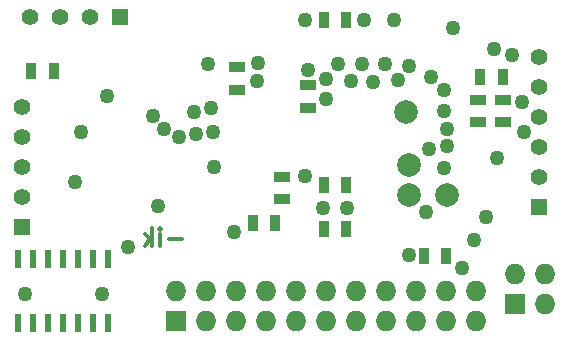
<source format=gbs>
%FSLAX34Y34*%
G04 Gerber Fmt 3.4, Leading zero omitted, Abs format*
G04 (created by PCBNEW (2014-06-26 BZR 4956)-product) date 03/07/2014 22:05:42*
%MOIN*%
G01*
G70*
G90*
G04 APERTURE LIST*
%ADD10C,0.003937*%
%ADD11C,0.011811*%
%ADD12R,0.035000X0.055000*%
%ADD13R,0.055000X0.035000*%
%ADD14R,0.055000X0.055000*%
%ADD15C,0.055000*%
%ADD16R,0.023622X0.059055*%
%ADD17R,0.068000X0.068000*%
%ADD18O,0.068000X0.068000*%
%ADD19C,0.078700*%
%ADD20C,0.050000*%
G04 APERTURE END LIST*
G54D10*
G54D11*
X69029Y-51616D02*
X68579Y-51616D01*
X68298Y-51841D02*
X68298Y-51448D01*
X68298Y-51251D02*
X68326Y-51279D01*
X68298Y-51307D01*
X68270Y-51279D01*
X68298Y-51251D01*
X68298Y-51307D01*
X68017Y-51841D02*
X68017Y-51251D01*
X67961Y-51616D02*
X67792Y-51841D01*
X67792Y-51448D02*
X68017Y-51673D01*
G54D12*
X73739Y-51279D03*
X74489Y-51279D03*
G54D13*
X72342Y-50276D03*
X72342Y-49526D03*
G54D12*
X77835Y-52165D03*
X77085Y-52165D03*
G54D13*
X79724Y-46967D03*
X79724Y-47717D03*
G54D12*
X73739Y-44291D03*
X74489Y-44291D03*
X72126Y-51082D03*
X71376Y-51082D03*
G54D13*
X73228Y-46475D03*
X73228Y-47225D03*
G54D12*
X73739Y-49803D03*
X74489Y-49803D03*
G54D13*
X70866Y-46634D03*
X70866Y-45884D03*
G54D14*
X63681Y-51220D03*
G54D15*
X63681Y-50220D03*
X63681Y-49220D03*
X63681Y-48220D03*
X63681Y-47220D03*
G54D14*
X66952Y-44192D03*
G54D15*
X65952Y-44192D03*
X64952Y-44192D03*
X63952Y-44192D03*
G54D14*
X80905Y-50531D03*
G54D15*
X80905Y-49531D03*
X80905Y-48531D03*
X80905Y-47531D03*
X80905Y-46531D03*
X80905Y-45531D03*
G54D16*
X63559Y-52283D03*
X64059Y-52283D03*
X64559Y-52283D03*
X65059Y-52283D03*
X65559Y-52283D03*
X66059Y-52283D03*
X66559Y-52283D03*
X66559Y-54409D03*
X66059Y-54409D03*
X65559Y-54409D03*
X65059Y-54409D03*
X64559Y-54409D03*
X64059Y-54409D03*
X63559Y-54409D03*
G54D17*
X80110Y-53787D03*
G54D18*
X80110Y-52787D03*
X81110Y-53787D03*
X81110Y-52787D03*
G54D19*
X76476Y-47381D03*
X76574Y-50137D03*
X77854Y-50137D03*
X76574Y-49153D03*
G54D12*
X63995Y-46023D03*
X64745Y-46023D03*
X78955Y-46220D03*
X79705Y-46220D03*
G54D13*
X78897Y-47717D03*
X78897Y-46967D03*
G54D17*
X68828Y-54350D03*
G54D18*
X68828Y-53350D03*
X69828Y-54350D03*
X69828Y-53350D03*
X70828Y-54350D03*
X70828Y-53350D03*
X71828Y-54350D03*
X71828Y-53350D03*
X72828Y-54350D03*
X72828Y-53350D03*
X73828Y-54350D03*
X73828Y-53350D03*
X74828Y-54350D03*
X74828Y-53350D03*
X75828Y-54350D03*
X75828Y-53350D03*
X76828Y-54350D03*
X76828Y-53350D03*
X77828Y-54350D03*
X77828Y-53350D03*
X78828Y-54350D03*
X78828Y-53350D03*
G54D20*
X74507Y-50590D03*
X67224Y-51870D03*
X66338Y-53444D03*
X76586Y-52141D03*
X70078Y-49212D03*
X66535Y-46850D03*
X68208Y-50492D03*
X73129Y-49507D03*
X73818Y-46948D03*
X80413Y-48031D03*
X76082Y-44291D03*
X79429Y-45275D03*
X79140Y-50878D03*
X70767Y-51377D03*
X71571Y-45744D03*
X75098Y-44291D03*
X63779Y-53444D03*
X65452Y-49704D03*
X65649Y-48031D03*
X71530Y-46348D03*
X78740Y-51653D03*
X77156Y-50698D03*
X68056Y-47497D03*
X76585Y-45841D03*
X77336Y-46203D03*
X77755Y-46653D03*
X77755Y-47342D03*
X70070Y-48033D03*
X75027Y-45767D03*
X69501Y-48093D03*
X75397Y-46358D03*
X68931Y-48201D03*
X75787Y-45767D03*
X68432Y-47925D03*
X76221Y-46300D03*
X73830Y-46258D03*
X69881Y-45767D03*
X69980Y-47244D03*
X74218Y-45773D03*
X69412Y-47363D03*
X74657Y-46355D03*
X80019Y-45472D03*
X80348Y-47053D03*
X78346Y-52559D03*
X73228Y-45964D03*
X73129Y-44291D03*
X78051Y-44586D03*
X73720Y-50590D03*
X79527Y-48917D03*
X77751Y-49248D03*
X77263Y-48622D03*
X77854Y-48523D03*
X77854Y-47933D03*
M02*

</source>
